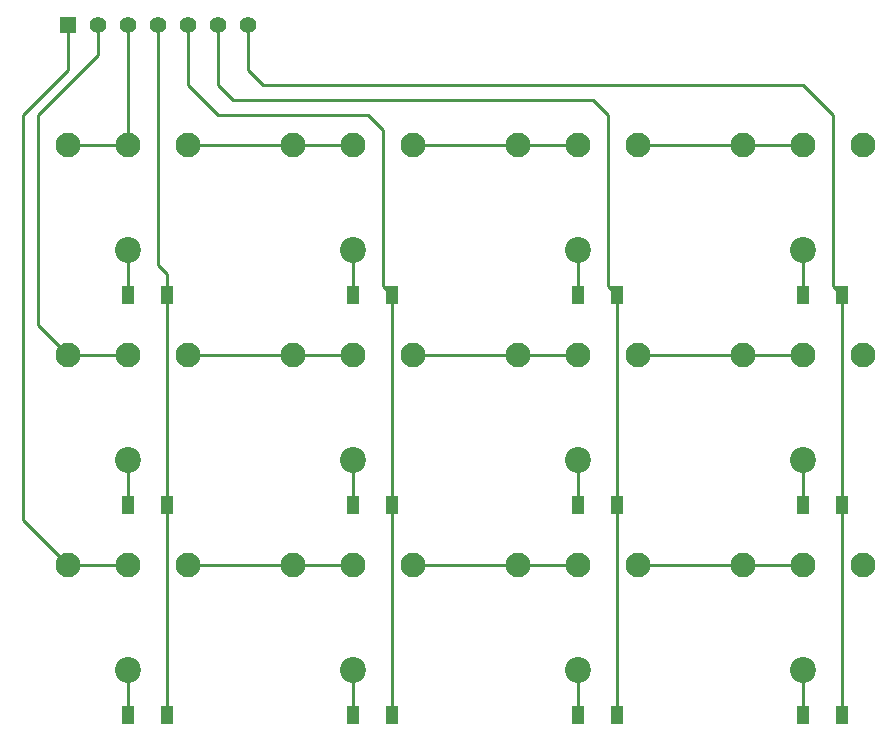
<source format=gbl>
G04 (created by PCBNEW (2013-07-07 BZR 4022)-stable) date 09/11/2015 23:04:07*
%MOIN*%
G04 Gerber Fmt 3.4, Leading zero omitted, Abs format*
%FSLAX34Y34*%
G01*
G70*
G90*
G04 APERTURE LIST*
%ADD10C,0.00393701*%
%ADD11R,0.055X0.055*%
%ADD12C,0.055*%
%ADD13C,0.0826772*%
%ADD14C,0.0866142*%
%ADD15R,0.0433071X0.0590551*%
%ADD16C,0.01*%
G04 APERTURE END LIST*
G54D10*
G54D11*
X76000Y-47500D03*
G54D12*
X77000Y-47500D03*
X78000Y-47500D03*
X79000Y-47500D03*
X80000Y-47500D03*
X81000Y-47500D03*
X82000Y-47500D03*
G54D13*
X87500Y-51500D03*
X83500Y-51500D03*
G54D14*
X85500Y-55000D03*
G54D13*
X85500Y-51500D03*
X95000Y-51500D03*
X91000Y-51500D03*
G54D14*
X93000Y-55000D03*
G54D13*
X93000Y-51500D03*
X80000Y-58500D03*
X76000Y-58500D03*
G54D14*
X78000Y-62000D03*
G54D13*
X78000Y-58500D03*
X87500Y-58500D03*
X83500Y-58500D03*
G54D14*
X85500Y-62000D03*
G54D13*
X85500Y-58500D03*
X95000Y-58500D03*
X91000Y-58500D03*
G54D14*
X93000Y-62000D03*
G54D13*
X93000Y-58500D03*
X102500Y-51500D03*
X98500Y-51500D03*
G54D14*
X100500Y-55000D03*
G54D13*
X100500Y-51500D03*
X102500Y-58500D03*
X98500Y-58500D03*
G54D14*
X100500Y-62000D03*
G54D13*
X100500Y-58500D03*
X80000Y-65500D03*
X76000Y-65500D03*
G54D14*
X78000Y-69000D03*
G54D13*
X78000Y-65500D03*
X87500Y-65500D03*
X83500Y-65500D03*
G54D14*
X85500Y-69000D03*
G54D13*
X85500Y-65500D03*
X95000Y-65500D03*
X91000Y-65500D03*
G54D14*
X93000Y-69000D03*
G54D13*
X93000Y-65500D03*
X102500Y-65500D03*
X98500Y-65500D03*
G54D14*
X100500Y-69000D03*
G54D13*
X100500Y-65500D03*
X80000Y-51500D03*
X76000Y-51500D03*
G54D14*
X78000Y-55000D03*
G54D13*
X78000Y-51500D03*
G54D15*
X100500Y-63500D03*
X101799Y-63500D03*
X100500Y-70500D03*
X101799Y-70500D03*
X78000Y-70500D03*
X79299Y-70500D03*
X85500Y-70500D03*
X86799Y-70500D03*
X93000Y-70500D03*
X94299Y-70500D03*
X93000Y-63500D03*
X94299Y-63500D03*
X85500Y-63500D03*
X86799Y-63500D03*
X78000Y-63500D03*
X79299Y-63500D03*
X100500Y-56500D03*
X101799Y-56500D03*
X93000Y-56500D03*
X94299Y-56500D03*
X85500Y-56500D03*
X86799Y-56500D03*
X78000Y-56500D03*
X79299Y-56500D03*
G54D16*
X100500Y-55000D02*
X100500Y-56500D01*
X85500Y-62000D02*
X85500Y-63500D01*
X85500Y-69000D02*
X85500Y-70500D01*
X93000Y-55000D02*
X93000Y-56500D01*
X94299Y-63500D02*
X94299Y-70500D01*
X94299Y-56500D02*
X94299Y-63500D01*
X81000Y-47500D02*
X81000Y-49000D01*
X94000Y-56200D02*
X94299Y-56500D01*
X94000Y-50500D02*
X94000Y-56200D01*
X93500Y-50000D02*
X94000Y-50500D01*
X81500Y-50000D02*
X93500Y-50000D01*
X81000Y-49500D02*
X81500Y-50000D01*
X81000Y-49000D02*
X81000Y-49500D01*
X93000Y-69000D02*
X93000Y-70500D01*
X79299Y-63500D02*
X79299Y-70500D01*
X79299Y-56500D02*
X79299Y-63500D01*
X79000Y-47500D02*
X79000Y-55500D01*
X79299Y-55799D02*
X79299Y-56500D01*
X79000Y-55500D02*
X79299Y-55799D01*
X87500Y-58500D02*
X91000Y-58500D01*
X91000Y-58500D02*
X93000Y-58500D01*
X101799Y-63500D02*
X101799Y-70500D01*
X101799Y-56500D02*
X101799Y-63500D01*
X82000Y-47500D02*
X82000Y-49000D01*
X101500Y-56200D02*
X101799Y-56500D01*
X101500Y-50500D02*
X101500Y-56200D01*
X100500Y-49500D02*
X101500Y-50500D01*
X82500Y-49500D02*
X100500Y-49500D01*
X82000Y-49000D02*
X82500Y-49500D01*
X95000Y-51500D02*
X98500Y-51500D01*
X98500Y-51500D02*
X100500Y-51500D01*
X95000Y-58500D02*
X98500Y-58500D01*
X98500Y-58500D02*
X100500Y-58500D01*
X76000Y-65500D02*
X78000Y-65500D01*
X76000Y-47500D02*
X76000Y-49000D01*
X74500Y-64000D02*
X76000Y-65500D01*
X74500Y-50500D02*
X74500Y-64000D01*
X76000Y-49000D02*
X74500Y-50500D01*
X80000Y-65500D02*
X83500Y-65500D01*
X83500Y-65500D02*
X85500Y-65500D01*
X78000Y-56500D02*
X78000Y-55000D01*
X80000Y-51500D02*
X83500Y-51500D01*
X83500Y-51500D02*
X85500Y-51500D01*
X91000Y-51500D02*
X93000Y-51500D01*
X87500Y-51500D02*
X91000Y-51500D01*
X87500Y-65500D02*
X91000Y-65500D01*
X91000Y-65500D02*
X93000Y-65500D01*
X78000Y-63500D02*
X78000Y-62000D01*
X76000Y-58500D02*
X78000Y-58500D01*
X77000Y-47500D02*
X77000Y-48500D01*
X75000Y-57500D02*
X76000Y-58500D01*
X75000Y-50500D02*
X75000Y-57500D01*
X77000Y-48500D02*
X75000Y-50500D01*
X100500Y-62000D02*
X100500Y-63500D01*
X80000Y-58500D02*
X83500Y-58500D01*
X83500Y-58500D02*
X85500Y-58500D01*
X95000Y-65500D02*
X98500Y-65500D01*
X98500Y-65500D02*
X100500Y-65500D01*
X100500Y-69000D02*
X100500Y-70500D01*
X93000Y-62000D02*
X93000Y-63500D01*
X78000Y-47500D02*
X78000Y-51500D01*
X78000Y-51500D02*
X76000Y-51500D01*
X78000Y-69000D02*
X78000Y-70500D01*
X85500Y-55000D02*
X85500Y-56500D01*
X86799Y-63500D02*
X86799Y-70500D01*
X86799Y-56500D02*
X86799Y-63500D01*
X80000Y-47500D02*
X80000Y-49500D01*
X86500Y-56200D02*
X86799Y-56500D01*
X86500Y-51000D02*
X86500Y-56200D01*
X86000Y-50500D02*
X86500Y-51000D01*
X81000Y-50500D02*
X86000Y-50500D01*
X80000Y-49500D02*
X81000Y-50500D01*
M02*

</source>
